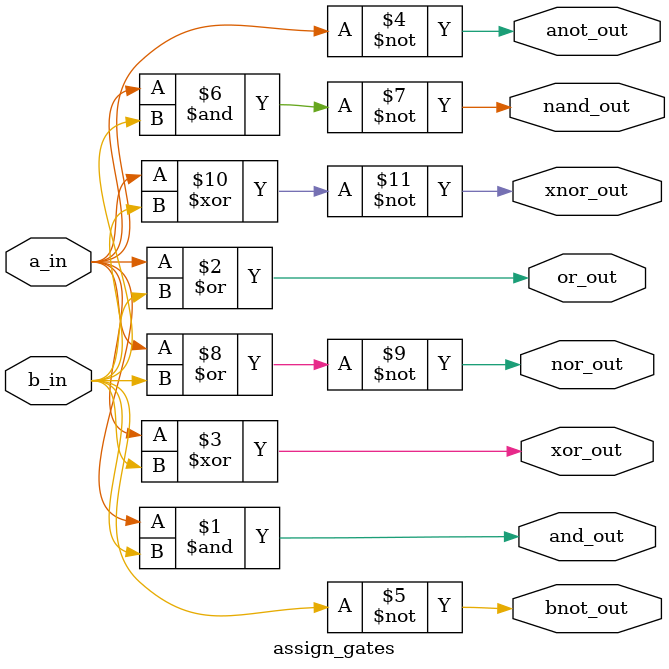
<source format=v>
`timescale 1ns / 1ps


module assign_gates(input a_in, b_in,
    output and_out, or_out, xor_out, anot_out, bnot_out, nand_out, nor_out, xnor_out
    );
    assign and_out=a_in & b_in;
    assign or_out=a_in | b_in;
    assign xor_out=a_in ^ b_in;
    assign anot_out=~a_in;    
    assign bnot_out=~b_in;
    assign nand_out=~(a_in&b_in);
    assign nor_out=~(a_in|b_in);
    assign xnor_out=~(a_in^b_in);
endmodule

</source>
